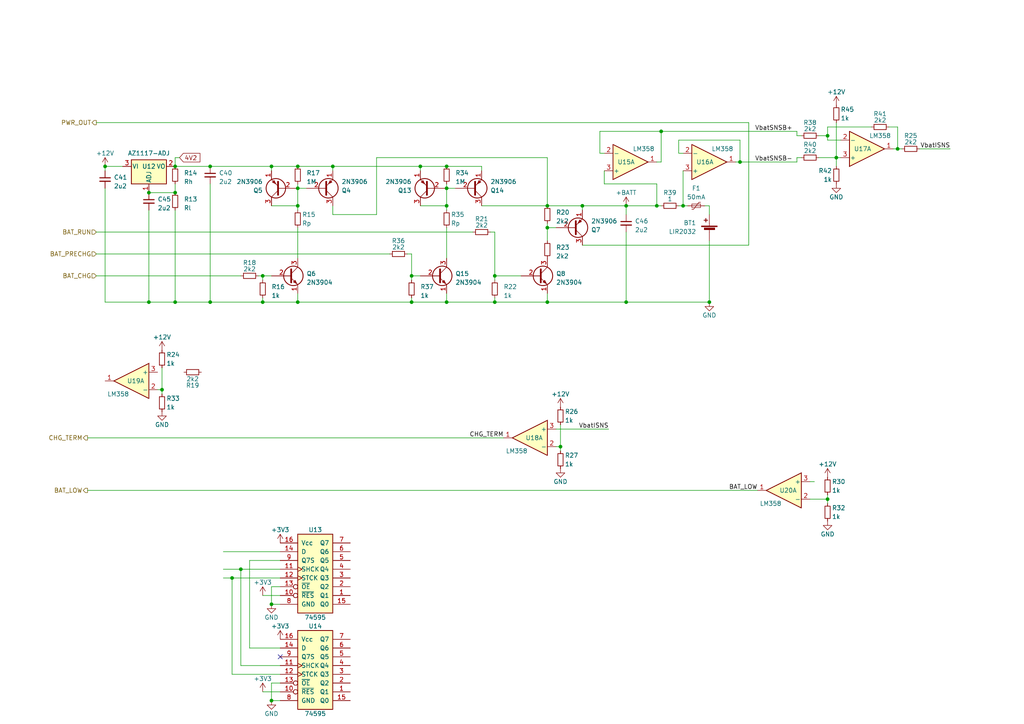
<source format=kicad_sch>
(kicad_sch (version 20230121) (generator eeschema)
  (paper "A4")
  (lib_symbols
    (symbol "Amplifier_Operational:LM358" (pin_names (offset 0.127))
      (property "Reference" "U" (at 0 5.08 0))
      (property "Value" "LM358" (at 0 -5.08 0))
      (symbol "LM358_1_1"
        (polyline (pts (xy -5.08 5.08) (xy 5.08 0) (xy -5.08 -5.08) (xy -5.08 5.08)) (stroke (width 0.254)) (fill (type background)))
        (pin output line (at 7.62 0 180) (length 2.54) (name "~") (number "1"))
        (pin input line (at -7.62 -2.54 0) (length 2.54) (name "-") (number "2"))
        (pin input line (at -7.62 2.54 0) (length 2.54) (name "+") (number "3"))
      )
      (symbol "LM358_2_1"
        (polyline (pts (xy -5.08 5.08) (xy 5.08 0) (xy -5.08 -5.08) (xy -5.08 5.08)) (stroke (width 0.254)) (fill (type background)))
        (pin input line (at -7.62 2.54 0) (length 2.54) (name "+") (number "5"))
        (pin input line (at -7.62 -2.54 0) (length 2.54) (name "-") (number "6"))
        (pin output line (at 7.62 0 180) (length 2.54) (name "~") (number "7"))
      )
      (symbol "LM358_3_1"
        (pin power_in line (at -2.54 -7.62 90) (length 3.81) (name "V-") (number "4"))
        (pin power_in line (at -2.54 7.62 270) (length 3.81) (name "V+") (number "8"))
      )
    )
    (symbol "Device:Battery_Cell" (pin_numbers hide) (pin_names (offset 0) hide)
      (property "Reference" "BT" (at 2.54 2.54 0))
      (property "Value" "Battery_Cell" (at 2.54 0 0))
      (symbol "Battery_Cell_0_1"
        (rectangle (start -2.286 1.778) (end 2.286 1.524) (fill (type outline)))
        (rectangle (start -1.5748 1.1938) (end 1.4732 0.6858) (fill (type outline)))
        (polyline (pts (xy 0 0.762) (xy 0 0)))
        (polyline (pts (xy 0 1.778) (xy 0 2.54)))
        (polyline (pts (xy 0.508 3.429) (xy 1.524 3.429)) (stroke (width 0.254)))
        (polyline (pts (xy 1.016 3.937) (xy 1.016 2.921)) (stroke (width 0.254)))
      )
      (symbol "Battery_Cell_1_1"
        (pin passive line (at 0 5.08 270) (length 2.54) (name "+") (number "1"))
        (pin passive line (at 0 -2.54 90) (length 2.54) (name "-") (number "2"))
      )
    )
    (symbol "Device:C_Small" (pin_numbers hide) (pin_names (offset 0.254) hide)
      (property "Reference" "C" (at 0.254 1.778 0))
      (property "Value" "C_Small" (at 0.254 -2.032 0))
      (symbol "C_Small_0_1"
        (polyline (pts (xy -1.524 -0.508) (xy 1.524 -0.508)) (stroke (width 0.3302)))
        (polyline (pts (xy -1.524 0.508) (xy 1.524 0.508)) (stroke (width 0.3048)))
      )
      (symbol "C_Small_1_1"
        (pin passive line (at 0 2.54 270) (length 2.032) (name "~") (number "1"))
        (pin passive line (at 0 -2.54 90) (length 2.032) (name "~") (number "2"))
      )
    )
    (symbol "Device:Polyfuse_Small" (pin_numbers hide) (pin_names (offset 0))
      (property "Reference" "F" (at -1.905 0 90))
      (property "Value" "Polyfuse_Small" (at 1.905 0 90))
      (symbol "Polyfuse_Small_0_1"
        (rectangle (start -0.508 1.27) (end 0.508 -1.27))
        (polyline (pts (xy 0 2.54) (xy 0 -2.54)))
        (polyline (pts (xy -1.016 1.27) (xy -1.016 0.762) (xy 1.016 -0.762) (xy 1.016 -1.27)))
      )
      (symbol "Polyfuse_Small_1_1"
        (pin passive line (at 0 2.54 270) (length 0.635) (name "~") (number "1"))
        (pin passive line (at 0 -2.54 90) (length 0.635) (name "~") (number "2"))
      )
    )
    (symbol "Device:R_Small" (pin_numbers hide) (pin_names (offset 0.254) hide)
      (property "Reference" "R" (at 0.762 0.508 0))
      (property "Value" "R_Small" (at 0.762 -1.016 0))
      (symbol "R_Small_0_1"
        (rectangle (start -0.762 1.778) (end 0.762 -1.778) (stroke (width 0.2032)))
      )
      (symbol "R_Small_1_1"
        (pin passive line (at 0 2.54 270) (length 0.762) (name "~") (number "1"))
        (pin passive line (at 0 -2.54 90) (length 0.762) (name "~") (number "2"))
      )
    )
    (symbol "GW_Logic:74595" (pin_names (offset 1.016))
      (property "Reference" "U" (at 0 12.7 0))
      (property "Value" "74595" (at 0 -12.7 0))
      (symbol "74595_0_1"
        (rectangle (start -5.08 11.43) (end 5.08 -11.43) (stroke (width 0.254)) (fill (type background)))
      )
      (symbol "74595_1_1"
        (pin tri_state line (at 10.16 -6.35 180) (length 5.08) (name "Q1") (number "1"))
        (pin input inverted (at -10.16 -6.35 0) (length 5.08) (name "~{RES}") (number "10"))
        (pin input clock (at -10.16 1.27 0) (length 5.08) (name "SHCK") (number "11"))
        (pin input clock (at -10.16 -1.27 0) (length 5.08) (name "STCK") (number "12"))
        (pin input inverted (at -10.16 -3.81 0) (length 5.08) (name "~{OE}") (number "13"))
        (pin input line (at -10.16 6.35 0) (length 5.08) (name "D") (number "14"))
        (pin tri_state line (at 10.16 -8.89 180) (length 5.08) (name "Q0") (number "15"))
        (pin power_in line (at -10.16 8.89 0) (length 5.08) (name "Vcc") (number "16"))
        (pin tri_state line (at 10.16 -3.81 180) (length 5.08) (name "Q2") (number "2"))
        (pin tri_state line (at 10.16 -1.27 180) (length 5.08) (name "Q3") (number "3"))
        (pin tri_state line (at 10.16 1.27 180) (length 5.08) (name "Q4") (number "4"))
        (pin tri_state line (at 10.16 3.81 180) (length 5.08) (name "Q5") (number "5"))
        (pin tri_state line (at 10.16 6.35 180) (length 5.08) (name "Q6") (number "6"))
        (pin tri_state line (at 10.16 8.89 180) (length 5.08) (name "Q7") (number "7"))
        (pin power_in line (at -10.16 -8.89 0) (length 5.08) (name "GND") (number "8"))
        (pin output line (at -10.16 3.81 0) (length 5.08) (name "Q7S") (number "9"))
      )
    )
    (symbol "Regulator_Linear:AZ1117-ADJ" (pin_names (offset 0.254))
      (property "Reference" "U" (at -3.81 3.175 0))
      (property "Value" "AZ1117-ADJ" (at 0 3.175 0))
      (symbol "AZ1117-ADJ_0_1"
        (rectangle (start -5.08 1.905) (end 5.08 -5.08) (stroke (width 0.254)) (fill (type background)))
      )
      (symbol "AZ1117-ADJ_1_1"
        (pin input line (at 0 -7.62 90) (length 2.54) (name "ADJ") (number "1"))
        (pin power_out line (at 7.62 0 180) (length 2.54) (name "VO") (number "2"))
        (pin power_in line (at -7.62 0 0) (length 2.54) (name "VI") (number "3"))
      )
    )
    (symbol "Transistor_BJT:2N3904" (pin_names (offset 0) hide)
      (property "Reference" "Q" (at 5.08 1.905 0))
      (property "Value" "2N3904" (at 5.08 0 0))
      (symbol "2N3904_0_1"
        (polyline (pts (xy 0.635 0.635) (xy 2.54 2.54)))
        (polyline (pts (xy 0.635 -0.635) (xy 2.54 -2.54) (xy 2.54 -2.54)))
        (polyline (pts (xy 0.635 1.905) (xy 0.635 -1.905) (xy 0.635 -1.905)) (stroke (width 0.508)))
        (polyline (pts (xy 1.27 -1.778) (xy 1.778 -1.27) (xy 2.286 -2.286) (xy 1.27 -1.778) (xy 1.27 -1.778)) (fill (type outline)))
        (circle (center 1.27 0) (radius 2.8194) (stroke (width 0.254)))
      )
      (symbol "2N3904_1_1"
        (pin passive line (at 2.54 -5.08 90) (length 2.54) (name "E") (number "1"))
        (pin passive line (at -5.08 0 0) (length 5.715) (name "B") (number "2"))
        (pin passive line (at 2.54 5.08 270) (length 2.54) (name "C") (number "3"))
      )
    )
    (symbol "Transistor_BJT:2N3906" (pin_names (offset 0) hide)
      (property "Reference" "Q" (at 5.08 1.905 0))
      (property "Value" "2N3906" (at 5.08 0 0))
      (symbol "2N3906_0_1"
        (polyline (pts (xy 0.635 0.635) (xy 2.54 2.54)))
        (polyline (pts (xy 0.635 -0.635) (xy 2.54 -2.54) (xy 2.54 -2.54)))
        (polyline (pts (xy 0.635 1.905) (xy 0.635 -1.905) (xy 0.635 -1.905)) (stroke (width 0.508)))
        (polyline (pts (xy 2.286 -1.778) (xy 1.778 -2.286) (xy 1.27 -1.27) (xy 2.286 -1.778) (xy 2.286 -1.778)) (fill (type outline)))
        (circle (center 1.27 0) (radius 2.8194) (stroke (width 0.254)))
      )
      (symbol "2N3906_1_1"
        (pin passive line (at 2.54 -5.08 90) (length 2.54) (name "E") (number "1"))
        (pin input line (at -5.08 0 0) (length 5.715) (name "B") (number "2"))
        (pin passive line (at 2.54 5.08 270) (length 2.54) (name "C") (number "3"))
      )
    )
    (symbol "power:+12V" (power) (pin_names (offset 0))
      (property "Value" "+12V" (at 0 3.556 0))
      (symbol "+12V_0_1"
        (polyline (pts (xy -0.762 1.27) (xy 0 2.54)))
        (polyline (pts (xy 0 0) (xy 0 2.54)))
        (polyline (pts (xy 0 2.54) (xy 0.762 1.27)))
      )
      (symbol "+12V_1_1"
        (pin power_in line (at 0 0 90) (length 0) hide (name "+12V") (number "1"))
      )
    )
    (symbol "power:+3V3" (power) (pin_names (offset 0))
      (property "Value" "+3V3" (at 0 3.556 0))
      (symbol "+3V3_0_1"
        (polyline (pts (xy -0.762 1.27) (xy 0 2.54)))
        (polyline (pts (xy 0 0) (xy 0 2.54)))
        (polyline (pts (xy 0 2.54) (xy 0.762 1.27)))
      )
      (symbol "+3V3_1_1"
        (pin power_in line (at 0 0 90) (length 0) hide (name "+3V3") (number "1"))
      )
    )
    (symbol "power:+BATT" (power) (pin_names (offset 0))
      (property "Value" "+BATT" (at 0 3.556 0))
      (symbol "+BATT_0_1"
        (polyline (pts (xy -0.762 1.27) (xy 0 2.54)))
        (polyline (pts (xy 0 0) (xy 0 2.54)))
        (polyline (pts (xy 0 2.54) (xy 0.762 1.27)))
      )
      (symbol "+BATT_1_1"
        (pin power_in line (at 0 0 90) (length 0) hide (name "+BATT") (number "1"))
      )
    )
    (symbol "power:GND" (power) (pin_names (offset 0))
      (property "Value" "GND" (at 0 -3.81 0))
      (symbol "GND_0_1"
        (polyline (pts (xy 0 0) (xy 0 -1.27) (xy 1.27 -1.27) (xy 0 -2.54) (xy -1.27 -1.27) (xy 0 -1.27)))
      )
      (symbol "GND_1_1"
        (pin power_in line (at 0 0 270) (length 0) hide (name "GND") (number "1"))
      )
    )
  )
  (junction (at 86.36 54.61))
  (junction (at 143.51 87.63))
  (junction (at 119.38 80.01))
  (junction (at 240.03 39.37))
  (junction (at 78.74 175.26))
  (junction (at 43.18 55.88))
  (junction (at 129.54 87.63))
  (junction (at 50.8 55.88))
  (junction (at 129.54 59.69))
  (junction (at 240.03 144.78))
  (junction (at 158.75 59.69))
  (junction (at 205.74 87.63))
  (junction (at 129.54 48.26))
  (junction (at 242.57 45.72))
  (junction (at 158.75 66.04))
  (junction (at 86.36 59.69))
  (junction (at 69.85 165.1))
  (junction (at 143.51 80.01))
  (junction (at 190.5 59.69))
  (junction (at 181.61 87.63))
  (junction (at 50.8 48.26))
  (junction (at 76.2 87.63))
  (junction (at 67.31 167.64))
  (junction (at 46.99 113.03))
  (junction (at 198.12 59.69))
  (junction (at 119.38 87.63))
  (junction (at 168.91 59.69))
  (junction (at 76.2 80.01))
  (junction (at 43.18 87.63))
  (junction (at 78.74 48.26))
  (junction (at 50.8 87.63))
  (junction (at 214.63 46.99))
  (junction (at 60.96 48.26))
  (junction (at 158.75 87.63))
  (junction (at 78.74 203.2))
  (junction (at 129.54 54.61))
  (junction (at 191.77 38.1))
  (junction (at 260.35 43.18))
  (junction (at 181.61 59.69))
  (junction (at 86.36 48.26))
  (junction (at 96.52 48.26))
  (junction (at 162.56 129.54))
  (junction (at 86.36 87.63))
  (junction (at 30.48 48.26))
  (junction (at 60.96 87.63))
  (junction (at 121.92 48.26))
  (no_connect (at 81.28 190.5))
  (wire (pts (xy 151.13 80.01) (xy 143.51 80.01)))
  (wire (pts (xy 259.08 43.18) (xy 260.35 43.18)))
  (wire (pts (xy 86.36 66.04) (xy 86.36 74.93)))
  (wire (pts (xy 175.26 53.34) (xy 175.26 49.53)))
  (wire (pts (xy 74.93 80.01) (xy 76.2 80.01)))
  (wire (pts (xy 72.39 162.56) (xy 72.39 187.96)))
  (wire (pts (xy 86.36 87.63) (xy 119.38 87.63)))
  (wire (pts (xy 143.51 80.01) (xy 143.51 81.28)))
  (wire (pts (xy 86.36 85.09) (xy 86.36 87.63)))
  (wire (pts (xy 162.56 123.19) (xy 162.56 129.54)))
  (wire (pts (xy 143.51 80.01) (xy 143.51 67.31)))
  (wire (pts (xy 158.75 45.72) (xy 158.75 59.69)))
  (wire (pts (xy 67.31 167.64) (xy 67.31 195.58)))
  (wire (pts (xy 173.99 38.1) (xy 191.77 38.1)))
  (wire (pts (xy 50.8 87.63) (xy 60.96 87.63)))
  (wire (pts (xy 129.54 87.63) (xy 143.51 87.63)))
  (wire (pts (xy 190.5 59.69) (xy 191.77 59.69)))
  (wire (pts (xy 72.39 162.56) (xy 81.28 162.56)))
  (wire (pts (xy 76.2 86.36) (xy 76.2 87.63)))
  (wire (pts (xy 50.8 48.26) (xy 50.8 45.72)))
  (wire (pts (xy 161.29 66.04) (xy 158.75 66.04)))
  (wire (pts (xy 129.54 85.09) (xy 129.54 87.63)))
  (wire (pts (xy 260.35 43.18) (xy 261.62 43.18)))
  (wire (pts (xy 191.77 38.1) (xy 191.77 46.99)))
  (wire (pts (xy 214.63 40.64) (xy 214.63 46.99)))
  (wire (pts (xy 50.8 60.96) (xy 50.8 87.63)))
  (wire (pts (xy 240.03 39.37) (xy 240.03 40.64)))
  (wire (pts (xy 25.4 142.24) (xy 219.71 142.24)))
  (wire (pts (xy 67.31 195.58) (xy 81.28 195.58)))
  (wire (pts (xy 196.85 59.69) (xy 198.12 59.69)))
  (wire (pts (xy 231.14 45.72) (xy 231.14 46.99)))
  (wire (pts (xy 109.22 62.23) (xy 109.22 45.72)))
  (wire (pts (xy 60.96 87.63) (xy 60.96 53.34)))
  (wire (pts (xy 78.74 170.18) (xy 78.74 175.26)))
  (wire (pts (xy 181.61 87.63) (xy 205.74 87.63)))
  (wire (pts (xy 198.12 59.69) (xy 199.39 59.69)))
  (wire (pts (xy 129.54 60.96) (xy 129.54 59.69)))
  (wire (pts (xy 30.48 48.26) (xy 30.48 49.53)))
  (wire (pts (xy 205.74 59.69) (xy 205.74 62.23)))
  (wire (pts (xy 205.74 69.85) (xy 205.74 87.63)))
  (wire (pts (xy 86.36 60.96) (xy 86.36 59.69)))
  (wire (pts (xy 76.2 80.01) (xy 78.74 80.01)))
  (wire (pts (xy 119.38 86.36) (xy 119.38 87.63)))
  (wire (pts (xy 119.38 80.01) (xy 119.38 81.28)))
  (wire (pts (xy 69.85 193.04) (xy 69.85 165.1)))
  (wire (pts (xy 196.85 44.45) (xy 198.12 44.45)))
  (wire (pts (xy 242.57 45.72) (xy 243.84 45.72)))
  (wire (pts (xy 217.17 35.56) (xy 217.17 71.12)))
  (wire (pts (xy 88.9 54.61) (xy 86.36 54.61)))
  (wire (pts (xy 129.54 54.61) (xy 129.54 59.69)))
  (wire (pts (xy 121.92 48.26) (xy 129.54 48.26)))
  (wire (pts (xy 64.77 160.02) (xy 81.28 160.02)))
  (wire (pts (xy 168.91 59.69) (xy 181.61 59.69)))
  (wire (pts (xy 81.28 193.04) (xy 69.85 193.04)))
  (wire (pts (xy 139.7 49.53) (xy 139.7 48.26)))
  (wire (pts (xy 162.56 129.54) (xy 162.56 130.81)))
  (wire (pts (xy 96.52 49.53) (xy 96.52 48.26)))
  (wire (pts (xy 27.94 73.66) (xy 113.03 73.66)))
  (wire (pts (xy 27.94 35.56) (xy 217.17 35.56)))
  (wire (pts (xy 86.36 54.61) (xy 86.36 53.34)))
  (wire (pts (xy 237.49 45.72) (xy 242.57 45.72)))
  (wire (pts (xy 96.52 62.23) (xy 109.22 62.23)))
  (wire (pts (xy 30.48 54.61) (xy 30.48 87.63)))
  (wire (pts (xy 181.61 67.31) (xy 181.61 87.63)))
  (wire (pts (xy 196.85 40.64) (xy 214.63 40.64)))
  (wire (pts (xy 86.36 59.69) (xy 78.74 59.69)))
  (wire (pts (xy 242.57 45.72) (xy 242.57 48.26)))
  (wire (pts (xy 121.92 49.53) (xy 121.92 48.26)))
  (wire (pts (xy 168.91 71.12) (xy 217.17 71.12)))
  (wire (pts (xy 181.61 59.69) (xy 190.5 59.69)))
  (wire (pts (xy 139.7 48.26) (xy 129.54 48.26)))
  (wire (pts (xy 139.7 59.69) (xy 158.75 59.69)))
  (wire (pts (xy 198.12 49.53) (xy 198.12 59.69)))
  (wire (pts (xy 129.54 54.61) (xy 129.54 53.34)))
  (wire (pts (xy 240.03 40.64) (xy 243.84 40.64)))
  (wire (pts (xy 30.48 87.63) (xy 43.18 87.63)))
  (wire (pts (xy 76.2 172.72) (xy 81.28 172.72)))
  (wire (pts (xy 260.35 43.18) (xy 260.35 36.83)))
  (wire (pts (xy 46.99 106.68) (xy 46.99 113.03)))
  (wire (pts (xy 81.28 200.66) (xy 76.2 200.66)))
  (wire (pts (xy 237.49 39.37) (xy 240.03 39.37)))
  (wire (pts (xy 240.03 36.83) (xy 240.03 39.37)))
  (wire (pts (xy 196.85 44.45) (xy 196.85 40.64)))
  (wire (pts (xy 50.8 45.72) (xy 52.07 45.72)))
  (wire (pts (xy 232.41 45.72) (xy 231.14 45.72)))
  (wire (pts (xy 43.18 60.96) (xy 43.18 87.63)))
  (wire (pts (xy 50.8 53.34) (xy 50.8 55.88)))
  (wire (pts (xy 158.75 85.09) (xy 158.75 87.63)))
  (wire (pts (xy 231.14 39.37) (xy 232.41 39.37)))
  (wire (pts (xy 64.77 165.1) (xy 69.85 165.1)))
  (wire (pts (xy 158.75 69.85) (xy 158.75 66.04)))
  (wire (pts (xy 173.99 44.45) (xy 173.99 38.1)))
  (wire (pts (xy 81.28 170.18) (xy 78.74 170.18)))
  (wire (pts (xy 96.52 48.26) (xy 86.36 48.26)))
  (wire (pts (xy 27.94 80.01) (xy 69.85 80.01)))
  (wire (pts (xy 78.74 203.2) (xy 81.28 203.2)))
  (wire (pts (xy 181.61 59.69) (xy 181.61 62.23)))
  (wire (pts (xy 96.52 48.26) (xy 121.92 48.26)))
  (wire (pts (xy 78.74 175.26) (xy 81.28 175.26)))
  (wire (pts (xy 60.96 48.26) (xy 78.74 48.26)))
  (wire (pts (xy 142.24 67.31) (xy 143.51 67.31)))
  (wire (pts (xy 158.75 87.63) (xy 181.61 87.63)))
  (wire (pts (xy 30.48 48.26) (xy 35.56 48.26)))
  (wire (pts (xy 27.94 67.31) (xy 137.16 67.31)))
  (wire (pts (xy 234.95 144.78) (xy 240.03 144.78)))
  (wire (pts (xy 46.99 113.03) (xy 46.99 114.3)))
  (wire (pts (xy 81.28 198.12) (xy 78.74 198.12)))
  (wire (pts (xy 76.2 87.63) (xy 86.36 87.63)))
  (wire (pts (xy 158.75 59.69) (xy 168.91 59.69)))
  (wire (pts (xy 43.18 55.88) (xy 50.8 55.88)))
  (wire (pts (xy 69.85 165.1) (xy 81.28 165.1)))
  (wire (pts (xy 96.52 59.69) (xy 96.52 62.23)))
  (wire (pts (xy 119.38 73.66) (xy 119.38 80.01)))
  (wire (pts (xy 132.08 54.61) (xy 129.54 54.61)))
  (wire (pts (xy 231.14 38.1) (xy 231.14 39.37)))
  (wire (pts (xy 240.03 144.78) (xy 240.03 146.05)))
  (wire (pts (xy 191.77 46.99) (xy 190.5 46.99)))
  (wire (pts (xy 43.18 87.63) (xy 50.8 87.63)))
  (wire (pts (xy 168.91 60.96) (xy 168.91 59.69)))
  (wire (pts (xy 60.96 48.26) (xy 50.8 48.26)))
  (wire (pts (xy 214.63 46.99) (xy 231.14 46.99)))
  (wire (pts (xy 173.99 44.45) (xy 175.26 44.45)))
  (wire (pts (xy 119.38 80.01) (xy 121.92 80.01)))
  (wire (pts (xy 72.39 187.96) (xy 81.28 187.96)))
  (wire (pts (xy 158.75 66.04) (xy 158.75 64.77)))
  (wire (pts (xy 204.47 59.69) (xy 205.74 59.69)))
  (wire (pts (xy 161.29 129.54) (xy 162.56 129.54)))
  (wire (pts (xy 240.03 143.51) (xy 240.03 144.78)))
  (wire (pts (xy 190.5 53.34) (xy 175.26 53.34)))
  (wire (pts (xy 60.96 87.63) (xy 76.2 87.63)))
  (wire (pts (xy 76.2 80.01) (xy 76.2 81.28)))
  (wire (pts (xy 143.51 86.36) (xy 143.51 87.63)))
  (wire (pts (xy 25.4 127) (xy 146.05 127)))
  (wire (pts (xy 78.74 49.53) (xy 78.74 48.26)))
  (wire (pts (xy 214.63 46.99) (xy 213.36 46.99)))
  (wire (pts (xy 78.74 198.12) (xy 78.74 203.2)))
  (wire (pts (xy 242.57 35.56) (xy 242.57 45.72)))
  (wire (pts (xy 86.36 54.61) (xy 86.36 59.69)))
  (wire (pts (xy 129.54 66.04) (xy 129.54 74.93)))
  (wire (pts (xy 78.74 48.26) (xy 86.36 48.26)))
  (wire (pts (xy 191.77 38.1) (xy 231.14 38.1)))
  (wire (pts (xy 260.35 36.83) (xy 257.81 36.83)))
  (wire (pts (xy 119.38 87.63) (xy 129.54 87.63)))
  (wire (pts (xy 67.31 167.64) (xy 81.28 167.64)))
  (wire (pts (xy 143.51 87.63) (xy 158.75 87.63)))
  (wire (pts (xy 45.72 113.03) (xy 46.99 113.03)))
  (wire (pts (xy 64.77 167.64) (xy 67.31 167.64)))
  (wire (pts (xy 109.22 45.72) (xy 158.75 45.72)))
  (wire (pts (xy 236.22 139.7) (xy 234.95 139.7)))
  (wire (pts (xy 161.29 124.46) (xy 176.53 124.46)))
  (wire (pts (xy 129.54 59.69) (xy 121.92 59.69)))
  (wire (pts (xy 118.11 73.66) (xy 119.38 73.66)))
  (wire (pts (xy 252.73 36.83) (xy 240.03 36.83)))
  (wire (pts (xy 190.5 59.69) (xy 190.5 53.34)))
  (wire (pts (xy 266.7 43.18) (xy 275.59 43.18)))
  (label "BAT_LOW" (at 219.71 142.24 180))
  (label "CHG_TERM" (at 146.05 127 180))
  (label "VbatISNS" (at 275.59 43.18 180))
  (label "VbatSNSB+" (at 229.87 38.1 180))
  (label "VbatISNS" (at 176.53 124.46 180))
  (label "VbatSNSB-" (at 229.87 46.99 180))
  (global_label "4V2" (shape input) (at 52.07 45.72 0) (property "Intersheetrefs" "${INTERSHEET_REFS}" (effects hide)))
  (hierarchical_label "CHG_TERM" (shape output) (at 25.4 127 180))
  (hierarchical_label "PWR_OUT" (shape output) (at 27.94 35.56 180))
  (hierarchical_label "BAT_RUN" (shape input) (at 27.94 67.31 180))
  (hierarchical_label "BAT_PRECHG" (shape input) (at 27.94 73.66 180))
  (hierarchical_label "BAT_LOW" (shape output) (at 25.4 142.24 180))
  (hierarchical_label "BAT_CHG" (shape input) (at 27.94 80.01 180))
  (symbol (lib_id "power:+12V") (at 162.56 118.11 0) (unit 1)
    (property "Reference" "#PWR08" (effects hide))
    (property "Value" "+12V" (at 162.56 114.3 0))
  )
  (symbol (lib_id "GW_Logic:74595") (at 91.44 194.31 0) (unit 1)
    (property "Reference" "U14" (at 91.44 181.61 0))
    (property "Value" "74595" (at 91.44 207.01 0))
  )
  (symbol (lib_id "power:+3V3") (at 81.28 157.48 0) (unit 1)
    (property "Reference" "#PWR04" (effects hide))
    (property "Value" "+3V3" (at 81.28 153.67 0))
  )
  (symbol (lib_id "Device:R_Small") (at 46.99 116.84 0) (unit 1)
    (property "Reference" "R33" (at 48.26 115.57 0) (effects (justify left)))
    (property "Value" "1k" (at 48.26 118.11 0) (effects (justify left)))
  )
  (symbol (lib_id "power:+BATT") (at 181.61 59.69 0) (unit 1)
    (property "Reference" "#PWR05" (effects hide))
    (property "Value" "+BATT" (at 181.61 55.88 0))
  )
  (symbol (lib_id "power:GND") (at 162.56 135.89 0) (unit 1)
    (property "Reference" "#PWR09" (effects hide))
    (property "Value" "GND" (at 162.56 139.7 0))
  )
  (symbol (lib_id "Device:R_Small") (at 234.95 39.37 270) (mirror x) (unit 1)
    (property "Reference" "R38" (at 234.95 35.56 90))
    (property "Value" "2k2" (at 234.95 38.1271 90) (effects (justify top)))
  )
  (symbol (lib_id "Device:Polyfuse_Small") (at 201.93 59.69 90) (unit 1)
    (property "Reference" "F1" (at 201.93 54.61 90))
    (property "Value" "50mA" (at 201.93 57.15 90))
  )
  (symbol (lib_id "Device:R_Small") (at 86.36 63.5 0) (unit 1)
    (property "Reference" "R15" (at 87.63 62.23 0) (effects (justify left)))
    (property "Value" "Rp" (at 87.63 64.77 0) (effects (justify left)))
  )
  (symbol (lib_id "power:+3V3") (at 81.28 185.42 0) (unit 1)
    (property "Reference" "#PWR02" (effects hide))
    (property "Value" "+3V3" (at 81.28 181.61 0))
  )
  (symbol (lib_id "Device:R_Small") (at 143.51 83.82 0) (unit 1)
    (property "Reference" "R22" (at 146.05 83.185 0) (effects (justify left)))
    (property "Value" "1k" (at 146.05 85.725 0) (effects (justify left)))
  )
  (symbol (lib_id "Device:R_Small") (at 46.99 104.14 0) (unit 1)
    (property "Reference" "R24" (at 48.26 102.87 0) (effects (justify left)))
    (property "Value" "1k" (at 48.26 105.41 0) (effects (justify left)))
  )
  (symbol (lib_id "Device:R_Small") (at 139.7 67.31 270) (mirror x) (unit 1)
    (property "Reference" "R21" (at 139.7 63.5 90))
    (property "Value" "2k2" (at 139.7 66.0671 90) (effects (justify top)))
  )
  (symbol (lib_id "power:GND") (at 205.74 87.63 0) (unit 1)
    (property "Reference" "#PWR01" (effects hide))
    (property "Value" "GND" (at 205.74 91.44 0))
  )
  (symbol (lib_id "Device:R_Small") (at 72.39 80.01 270) (mirror x) (unit 1)
    (property "Reference" "R18" (at 72.39 76.2 90))
    (property "Value" "2k2" (at 72.39 78.7671 90) (effects (justify top)))
  )
  (symbol (lib_id "Transistor_BJT:2N3904") (at 83.82 80.01 0) (unit 1)
    (property "Reference" "Q6" (at 88.9 79.375 0) (effects (justify left)))
    (property "Value" "2N3904" (at 88.9 81.915 0) (effects (justify left)))
    (property "Footprint" "Package_TO_SOT_THT:TO-92_Inline" (effects hide))
    (property "Datasheet" "https://www.onsemi.com/pub/Collateral/2N3903-D.PDF" (effects hide))
  )
  (symbol (lib_id "Device:R_Small") (at 115.57 73.66 270) (mirror x) (unit 1)
    (property "Reference" "R36" (at 115.57 69.85 90))
    (property "Value" "2k2" (at 115.57 72.4171 90) (effects (justify top)))
  )
  (symbol (lib_id "Device:R_Small") (at 129.54 50.8 0) (unit 1)
    (property "Reference" "R34" (at 132.08 50.165 0) (effects (justify left)))
    (property "Value" "1M" (at 132.08 52.705 0) (effects (justify left)))
  )
  (symbol (lib_id "Device:R_Small") (at 50.8 58.42 0) (unit 1)
    (property "Reference" "R13" (at 53.34 57.785 0) (effects (justify left)))
    (property "Value" "Rl" (at 53.34 60.325 0) (effects (justify left)))
  )
  (symbol (lib_id "Device:R_Small") (at 119.38 83.82 0) (unit 1)
    (property "Reference" "R37" (at 121.92 83.185 0) (effects (justify left)))
    (property "Value" "1k" (at 121.92 85.725 0) (effects (justify left)))
  )
  (symbol (lib_id "Transistor_BJT:2N3906") (at 137.16 54.61 0) (mirror x) (unit 1)
    (property "Reference" "Q14" (at 142.24 55.245 0) (effects (justify left)))
    (property "Value" "2N3906" (at 142.24 52.705 0) (effects (justify left)))
    (property "Footprint" "Package_TO_SOT_THT:TO-92_Inline" (effects hide))
    (property "Datasheet" "https://www.onsemi.com/pub/Collateral/2N3906-D.PDF" (effects hide))
  )
  (symbol (lib_id "power:GND") (at 78.74 203.2 0) (unit 1)
    (property "Reference" "#PWR015" (effects hide))
    (property "Value" "GND" (at 78.74 207.01 0))
  )
  (symbol (lib_id "power:+3V3") (at 76.2 200.66 0) (unit 1)
    (property "Reference" "#PWR07" (effects hide))
    (property "Value" "+3V3" (at 76.2 196.85 0))
  )
  (symbol (lib_id "Amplifier_Operational:LM358") (at 251.46 43.18 0) (mirror x) (unit 1)
    (property "Reference" "U17" (at 250.19 43.18 0))
    (property "Value" "LM358" (at 255.27 39.37 0))
    (property "Datasheet" "http://www.ti.com/lit/ds/symlink/lm2904-n.pdf" (effects hide))
  )
  (symbol (lib_id "Amplifier_Operational:LM358") (at 182.88 46.99 0) (mirror x) (unit 1)
    (property "Reference" "U15" (at 181.61 46.99 0))
    (property "Value" "LM358" (at 186.69 43.18 0))
    (property "Datasheet" "http://www.ti.com/lit/ds/symlink/lm2904-n.pdf" (effects hide))
  )
  (symbol (lib_id "Device:R_Small") (at 264.16 43.18 270) (mirror x) (unit 1)
    (property "Reference" "R25" (at 264.16 39.37 90))
    (property "Value" "2k2" (at 264.16 41.9371 90) (effects (justify top)))
  )
  (symbol (lib_id "Device:R_Small") (at 240.03 148.59 0) (unit 1)
    (property "Reference" "R32" (at 241.3 147.32 0) (effects (justify left)))
    (property "Value" "1k" (at 241.3 149.86 0) (effects (justify left)))
  )
  (symbol (lib_id "power:+12V") (at 30.48 48.26 0) (unit 1)
    (property "Reference" "#PWR03" (effects hide))
    (property "Value" "+12V" (at 30.48 44.45 0))
  )
  (symbol (lib_id "Device:C_Small") (at 181.61 64.77 0) (unit 1)
    (property "Reference" "C46" (at 184.15 64.1413 0) (effects (justify left)))
    (property "Value" "2u2" (at 184.15 66.6813 0) (effects (justify left)))
  )
  (symbol (lib_id "Transistor_BJT:2N3906") (at 81.28 54.61 180) (unit 1)
    (property "Reference" "Q5" (at 76.2 55.245 0) (effects (justify left)))
    (property "Value" "2N3906" (at 76.2 52.705 0) (effects (justify left)))
    (property "Footprint" "Package_TO_SOT_THT:TO-92_Inline" (effects hide))
    (property "Datasheet" "https://www.onsemi.com/pub/Collateral/2N3906-D.PDF" (effects hide))
  )
  (symbol (lib_id "Device:R_Small") (at 242.57 33.02 0) (unit 1)
    (property "Reference" "R45" (at 243.84 31.75 0) (effects (justify left)))
    (property "Value" "1k" (at 243.84 34.29 0) (effects (justify left)))
  )
  (symbol (lib_id "Amplifier_Operational:LM358") (at 153.67 127 0) (mirror y) (unit 1)
    (property "Reference" "U18" (at 154.94 127 0))
    (property "Value" "LM358" (at 149.86 130.81 0))
    (property "Datasheet" "http://www.ti.com/lit/ds/symlink/lm2904-n.pdf" (effects hide))
  )
  (symbol (lib_id "Device:R_Small") (at 162.56 133.35 0) (unit 1)
    (property "Reference" "R27" (at 163.83 132.08 0) (effects (justify left)))
    (property "Value" "1k" (at 163.83 134.62 0) (effects (justify left)))
  )
  (symbol (lib_id "Device:R_Small") (at 50.8 50.8 0) (unit 1)
    (property "Reference" "R14" (at 53.34 50.165 0) (effects (justify left)))
    (property "Value" "Rh" (at 53.34 52.705 0) (effects (justify left)))
  )
  (symbol (lib_id "Device:R_Small") (at 255.27 36.83 270) (mirror x) (unit 1)
    (property "Reference" "R41" (at 255.27 33.02 90))
    (property "Value" "2k2" (at 255.27 35.5871 90) (effects (justify top)))
  )
  (symbol (lib_id "power:+12V") (at 46.99 101.6 0) (unit 1)
    (property "Reference" "#PWR016" (effects hide))
    (property "Value" "+12V" (at 46.99 97.79 0))
  )
  (symbol (lib_id "Regulator_Linear:AZ1117-ADJ") (at 43.18 48.26 0) (unit 1)
    (property "Reference" "U12" (at 43.18 48.26 0))
    (property "Value" "AZ1117-ADJ" (at 43.18 44.45 0))
    (property "Datasheet" "https://www.diodes.com/assets/Datasheets/AZ1117.pdf" (effects hide))
  )
  (symbol (lib_id "Transistor_BJT:2N3906") (at 93.98 54.61 0) (mirror x) (unit 1)
    (property "Reference" "Q4" (at 99.06 55.245 0) (effects (justify left)))
    (property "Value" "2N3906" (at 99.06 52.705 0) (effects (justify left)))
    (property "Footprint" "Package_TO_SOT_THT:TO-92_Inline" (effects hide))
    (property "Datasheet" "https://www.onsemi.com/pub/Collateral/2N3906-D.PDF" (effects hide))
  )
  (symbol (lib_id "power:+3V3") (at 76.2 172.72 0) (unit 1)
    (property "Reference" "#PWR06" (effects hide))
    (property "Value" "+3V3" (at 76.2 168.91 0))
  )
  (symbol (lib_id "Transistor_BJT:2N3906") (at 166.37 66.04 0) (mirror x) (unit 1)
    (property "Reference" "Q7" (at 171.45 66.675 0) (effects (justify left)))
    (property "Value" "2N3906" (at 171.45 64.135 0) (effects (justify left)))
    (property "Footprint" "Package_TO_SOT_THT:TO-92_Inline" (effects hide))
    (property "Datasheet" "https://www.onsemi.com/pub/Collateral/2N3906-D.PDF" (effects hide))
  )
  (symbol (lib_id "Device:R_Small") (at 158.75 62.23 0) (unit 1)
    (property "Reference" "R20" (at 161.29 61.595 0) (effects (justify left)))
    (property "Value" "2k2" (at 161.29 64.135 0) (effects (justify left)))
  )
  (symbol (lib_id "Amplifier_Operational:LM358") (at 205.74 46.99 0) (mirror x) (unit 1)
    (property "Reference" "U16" (at 204.47 46.99 0))
    (property "Value" "LM358" (at 209.55 43.18 0))
    (property "Datasheet" "http://www.ti.com/lit/ds/symlink/lm2904-n.pdf" (effects hide))
  )
  (symbol (lib_id "Device:C_Small") (at 43.18 58.42 0) (unit 1)
    (property "Reference" "C45" (at 45.72 57.7913 0) (effects (justify left)))
    (property "Value" "2u2" (at 45.72 60.3313 0) (effects (justify left)))
  )
  (symbol (lib_id "Device:C_Small") (at 60.96 50.8 0) (unit 1)
    (property "Reference" "C40" (at 63.5 50.1713 0) (effects (justify left)))
    (property "Value" "2u2" (at 63.5 52.7113 0) (effects (justify left)))
  )
  (symbol (lib_id "power:+12V") (at 242.57 30.48 0) (unit 1)
    (property "Reference" "#PWR013" (effects hide))
    (property "Value" "+12V" (at 242.57 26.67 0))
  )
  (symbol (lib_id "power:GND") (at 78.74 175.26 0) (unit 1)
    (property "Reference" "#PWR014" (effects hide))
    (property "Value" "GND" (at 78.74 179.07 0))
  )
  (symbol (lib_id "Device:R_Small") (at 234.95 45.72 270) (mirror x) (unit 1)
    (property "Reference" "R40" (at 234.95 41.91 90))
    (property "Value" "2k2" (at 234.95 44.4771 90) (effects (justify top)))
  )
  (symbol (lib_id "Device:R_Small") (at 86.36 50.8 0) (unit 1)
    (property "Reference" "R17" (at 88.9 50.165 0) (effects (justify left)))
    (property "Value" "1M" (at 88.9 52.705 0) (effects (justify left)))
  )
  (symbol (lib_id "Device:R_Small") (at 129.54 63.5 0) (unit 1)
    (property "Reference" "R35" (at 130.81 62.23 0) (effects (justify left)))
    (property "Value" "Rp" (at 130.81 64.77 0) (effects (justify left)))
  )
  (symbol (lib_id "Transistor_BJT:2N3904") (at 127 80.01 0) (unit 1)
    (property "Reference" "Q15" (at 132.08 79.375 0) (effects (justify left)))
    (property "Value" "2N3904" (at 132.08 81.915 0) (effects (justify left)))
    (property "Footprint" "Package_TO_SOT_THT:TO-92_Inline" (effects hide))
    (property "Datasheet" "https://www.onsemi.com/pub/Collateral/2N3903-D.PDF" (effects hide))
  )
  (symbol (lib_id "Device:R_Small") (at 242.57 50.8 0) (mirror y) (unit 1)
    (property "Reference" "R42" (at 241.3 49.53 0) (effects (justify left)))
    (property "Value" "1k" (at 241.3 52.07 0) (effects (justify left)))
  )
  (symbol (lib_id "Device:C_Small") (at 30.48 52.07 0) (unit 1)
    (property "Reference" "C41" (at 33.02 51.4413 0) (effects (justify left)))
    (property "Value" "2u2" (at 33.02 53.9813 0) (effects (justify left)))
  )
  (symbol (lib_id "Device:R_Small") (at 158.75 72.39 0) (unit 1)
    (property "Reference" "R23" (at 161.29 71.755 0) (effects (justify left)))
    (property "Value" "2k2" (at 161.29 74.295 0) (effects (justify left)))
  )
  (symbol (lib_id "Device:R_Small") (at 194.31 59.69 270) (mirror x) (unit 1)
    (property "Reference" "R39" (at 194.31 55.88 90))
    (property "Value" "1" (at 194.31 58.4471 90) (effects (justify top)))
  )
  (symbol (lib_id "Amplifier_Operational:LM358") (at 227.33 142.24 0) (mirror y) (unit 1)
    (property "Reference" "U20" (at 228.6 142.24 0))
    (property "Value" "LM358" (at 223.52 146.05 0))
    (property "Datasheet" "http://www.ti.com/lit/ds/symlink/lm2904-n.pdf" (effects hide))
  )
  (symbol (lib_id "power:GND") (at 46.99 119.38 0) (unit 1)
    (property "Reference" "#PWR017" (effects hide))
    (property "Value" "GND" (at 46.99 123.19 0))
  )
  (symbol (lib_id "Device:R_Small") (at 55.88 107.95 90) (mirror x) (unit 1)
    (property "Reference" "R19" (at 55.88 111.76 90))
    (property "Value" "2k2" (at 55.88 109.1929 90) (effects (justify top)))
  )
  (symbol (lib_id "Transistor_BJT:2N3906") (at 124.46 54.61 180) (unit 1)
    (property "Reference" "Q13" (at 119.38 55.245 0) (effects (justify left)))
    (property "Value" "2N3906" (at 119.38 52.705 0) (effects (justify left)))
    (property "Footprint" "Package_TO_SOT_THT:TO-92_Inline" (effects hide))
    (property "Datasheet" "https://www.onsemi.com/pub/Collateral/2N3906-D.PDF" (effects hide))
  )
  (symbol (lib_id "power:GND") (at 240.03 151.13 0) (unit 1)
    (property "Reference" "#PWR011" (effects hide))
    (property "Value" "GND" (at 240.03 154.94 0))
  )
  (symbol (lib_id "Device:R_Small") (at 162.56 120.65 0) (unit 1)
    (property "Reference" "R26" (at 163.83 119.38 0) (effects (justify left)))
    (property "Value" "1k" (at 163.83 121.92 0) (effects (justify left)))
  )
  (symbol (lib_id "Device:R_Small") (at 76.2 83.82 0) (unit 1)
    (property "Reference" "R16" (at 78.74 83.185 0) (effects (justify left)))
    (property "Value" "1k" (at 78.74 85.725 0) (effects (justify left)))
  )
  (symbol (lib_id "Device:Battery_Cell") (at 205.74 67.31 0) (mirror y) (unit 1)
    (property "Reference" "BT1" (at 201.93 64.643 0) (effects (justify left)))
    (property "Value" "LIR2032" (at 201.93 67.183 0) (effects (justify left)))
  )
  (symbol (lib_id "power:+12V") (at 240.03 138.43 0) (unit 1)
    (property "Reference" "#PWR010" (effects hide))
    (property "Value" "+12V" (at 240.03 134.62 0))
  )
  (symbol (lib_id "Transistor_BJT:2N3904") (at 156.21 80.01 0) (unit 1)
    (property "Reference" "Q8" (at 161.29 79.375 0) (effects (justify left)))
    (property "Value" "2N3904" (at 161.29 81.915 0) (effects (justify left)))
    (property "Footprint" "Package_TO_SOT_THT:TO-92_Inline" (effects hide))
    (property "Datasheet" "https://www.onsemi.com/pub/Collateral/2N3903-D.PDF" (effects hide))
  )
  (symbol (lib_id "Amplifier_Operational:LM358") (at 38.1 110.49 0) (mirror y) (unit 1)
    (property "Reference" "U19" (at 39.37 110.49 0))
    (property "Value" "LM358" (at 34.29 114.3 0))
    (property "Datasheet" "http://www.ti.com/lit/ds/symlink/lm2904-n.pdf" (effects hide))
  )
  (symbol (lib_id "GW_Logic:74595") (at 91.44 166.37 0) (unit 1)
    (property "Reference" "U13" (at 91.44 153.67 0))
    (property "Value" "74595" (at 91.44 179.07 0))
  )
  (symbol (lib_id "power:GND") (at 242.57 53.34 0) (unit 1)
    (property "Reference" "#PWR012" (effects hide))
    (property "Value" "GND" (at 242.57 57.15 0))
  )
  (symbol (lib_id "Device:R_Small") (at 240.03 140.97 0) (unit 1)
    (property "Reference" "R30" (at 241.3 139.7 0) (effects (justify left)))
    (property "Value" "1k" (at 241.3 142.24 0) (effects (justify left)))
  )
)
</source>
